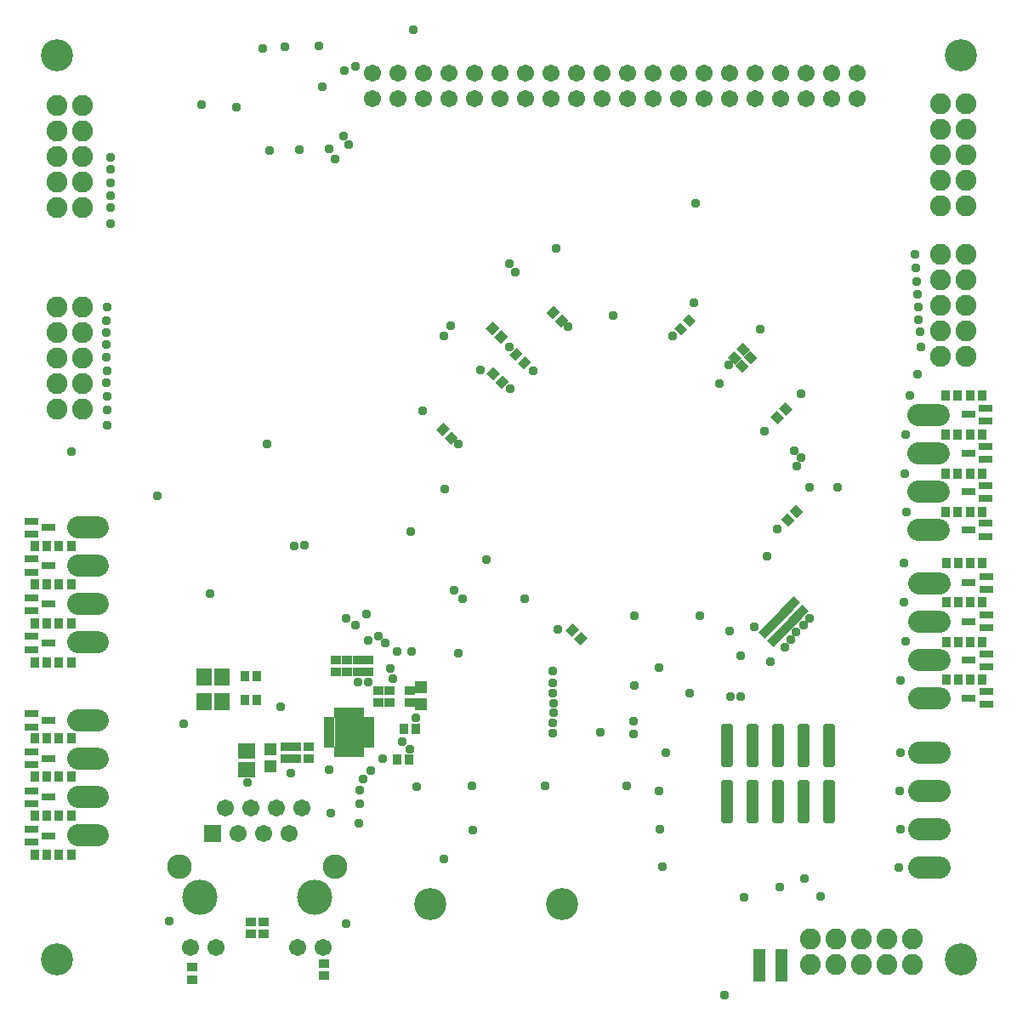
<source format=gbr>
G04 EAGLE Gerber RS-274X export*
G75*
%MOMM*%
%FSLAX34Y34*%
%LPD*%
%INSoldermask Bottom*%
%IPPOS*%
%AMOC8*
5,1,8,0,0,1.08239X$1,22.5*%
G01*
%ADD10C,3.203200*%
%ADD11R,1.303200X3.203200*%
%ADD12C,2.082800*%
%ADD13R,1.711200X1.711200*%
%ADD14C,1.711200*%
%ADD15C,3.502200*%
%ADD16C,2.453200*%
%ADD17R,1.066800X0.508000*%
%ADD18R,0.508000X1.066800*%
%ADD19R,2.946400X2.946400*%
%ADD20R,1.003200X0.903200*%
%ADD21R,1.603200X1.803200*%
%ADD22R,0.903200X1.003200*%
%ADD23R,1.203200X1.303200*%
%ADD24R,1.703200X1.503200*%
%ADD25R,1.371600X0.660400*%
%ADD26C,2.203200*%
%ADD27C,0.697853*%
%ADD28C,0.959600*%


D10*
X50000Y950000D03*
X950000Y950000D03*
X950000Y50000D03*
X50000Y50000D03*
D11*
X771000Y44000D03*
X749000Y44000D03*
D12*
X800000Y45000D03*
X800000Y70400D03*
X825400Y45000D03*
X825400Y70400D03*
X850800Y45000D03*
X850800Y70400D03*
X876200Y45000D03*
X876200Y70400D03*
X901600Y45000D03*
X901600Y70400D03*
D13*
X204500Y175600D03*
D14*
X217200Y201000D03*
X229900Y175600D03*
X242650Y201000D03*
X255350Y175600D03*
X268100Y201000D03*
X280700Y175600D03*
X293450Y201000D03*
D15*
X306150Y112100D03*
X191850Y112100D03*
D14*
X182700Y62200D03*
X208100Y62200D03*
X289900Y62200D03*
X315300Y62200D03*
D16*
X171500Y142600D03*
X326500Y142600D03*
D17*
X321315Y264000D03*
X321315Y269000D03*
X321315Y274000D03*
X321315Y279000D03*
X321315Y284000D03*
X321315Y289000D03*
D18*
X328500Y296185D03*
X333500Y296185D03*
X338500Y296185D03*
X343500Y296185D03*
X348500Y296185D03*
X353500Y296185D03*
D17*
X360685Y289000D03*
X360685Y284000D03*
X360685Y279000D03*
X360685Y274000D03*
X360685Y269000D03*
X360685Y264000D03*
D18*
X353500Y256815D03*
X348500Y256815D03*
X343500Y256815D03*
X338500Y256815D03*
X333500Y256815D03*
X328500Y256815D03*
D19*
X341000Y276500D03*
D20*
X315900Y45800D03*
X315900Y33800D03*
X184400Y42300D03*
X184400Y30300D03*
X242600Y87700D03*
X242600Y75700D03*
X255400Y87700D03*
X255400Y75700D03*
D21*
X196500Y331100D03*
X214500Y331100D03*
X214500Y307100D03*
X196500Y307100D03*
D22*
X248700Y308900D03*
X236700Y308900D03*
X249200Y332100D03*
X237200Y332100D03*
D20*
X327600Y348700D03*
X327600Y336700D03*
D23*
X262620Y259110D03*
X262620Y242110D03*
D20*
X277900Y261800D03*
X277900Y249800D03*
X288200Y261800D03*
X288200Y249800D03*
X301000Y261800D03*
X301000Y249800D03*
D24*
X239200Y238800D03*
X239200Y257800D03*
D20*
X359600Y336200D03*
X359600Y348200D03*
X349400Y336200D03*
X349400Y348200D03*
X338610Y336400D03*
X338610Y348400D03*
D23*
X412000Y304000D03*
X412000Y321000D03*
D20*
X401000Y306000D03*
X401000Y318000D03*
X370000Y318000D03*
X370000Y306000D03*
X381000Y318000D03*
X381000Y306000D03*
D22*
X400500Y249000D03*
X388500Y249000D03*
X407000Y280000D03*
X395000Y280000D03*
D10*
X552659Y105000D03*
X421341Y105000D03*
D20*
G36*
X740407Y656164D02*
X747500Y649071D01*
X741113Y642684D01*
X734020Y649777D01*
X740407Y656164D01*
G37*
G36*
X731922Y647679D02*
X739015Y640586D01*
X732628Y634199D01*
X725535Y641292D01*
X731922Y647679D01*
G37*
G36*
X775508Y605097D02*
X782601Y598004D01*
X776214Y591617D01*
X769121Y598710D01*
X775508Y605097D01*
G37*
G36*
X767023Y596612D02*
X774116Y589519D01*
X767729Y583132D01*
X760636Y590225D01*
X767023Y596612D01*
G37*
G36*
X679156Y693227D02*
X686249Y686134D01*
X679862Y679747D01*
X672769Y686840D01*
X679156Y693227D01*
G37*
G36*
X670671Y684742D02*
X677764Y677649D01*
X671377Y671262D01*
X664284Y678355D01*
X670671Y684742D01*
G37*
G36*
X427504Y577479D02*
X434597Y584572D01*
X440984Y578185D01*
X433891Y571092D01*
X427504Y577479D01*
G37*
G36*
X435989Y568994D02*
X443082Y576087D01*
X449469Y569700D01*
X442376Y562607D01*
X435989Y568994D01*
G37*
G36*
X777703Y480875D02*
X770610Y487968D01*
X776997Y494355D01*
X784090Y487262D01*
X777703Y480875D01*
G37*
G36*
X786189Y489361D02*
X779096Y496454D01*
X785483Y502841D01*
X792576Y495748D01*
X786189Y489361D01*
G37*
G36*
X732992Y664179D02*
X740085Y657086D01*
X733698Y650699D01*
X726605Y657792D01*
X732992Y664179D01*
G37*
G36*
X724507Y655694D02*
X731600Y648601D01*
X725213Y642214D01*
X718120Y649307D01*
X724507Y655694D01*
G37*
G36*
X477073Y678139D02*
X484166Y685232D01*
X490553Y678845D01*
X483460Y671752D01*
X477073Y678139D01*
G37*
G36*
X485558Y669654D02*
X492651Y676747D01*
X499038Y670360D01*
X491945Y663267D01*
X485558Y669654D01*
G37*
G36*
X537317Y693952D02*
X544410Y701045D01*
X550797Y694658D01*
X543704Y687565D01*
X537317Y693952D01*
G37*
G36*
X545803Y685467D02*
X552896Y692560D01*
X559283Y686173D01*
X552190Y679080D01*
X545803Y685467D01*
G37*
G36*
X477638Y633198D02*
X484731Y640291D01*
X491118Y633904D01*
X484025Y626811D01*
X477638Y633198D01*
G37*
G36*
X486123Y624713D02*
X493216Y631806D01*
X499603Y625419D01*
X492510Y618326D01*
X486123Y624713D01*
G37*
G36*
X500052Y652351D02*
X507145Y659444D01*
X513532Y653057D01*
X506439Y645964D01*
X500052Y652351D01*
G37*
G36*
X508537Y643865D02*
X515630Y650958D01*
X522017Y644571D01*
X514924Y637478D01*
X508537Y643865D01*
G37*
D12*
X930000Y902000D03*
X955400Y902000D03*
X930000Y876600D03*
X955400Y876600D03*
X930000Y851200D03*
X955400Y851200D03*
X930000Y825800D03*
X955400Y825800D03*
X930000Y800400D03*
X955400Y800400D03*
D20*
G36*
X556587Y377881D02*
X563680Y384974D01*
X570067Y378587D01*
X562974Y371494D01*
X556587Y377881D01*
G37*
G36*
X565073Y369396D02*
X572166Y376489D01*
X578553Y370102D01*
X571460Y363009D01*
X565073Y369396D01*
G37*
D14*
X363700Y907300D03*
X363700Y932700D03*
X389100Y907300D03*
X389100Y932700D03*
X414500Y907300D03*
X414500Y932700D03*
X439900Y907300D03*
X439900Y932700D03*
X465300Y907300D03*
X465300Y932700D03*
X490700Y907300D03*
X490700Y932700D03*
X516100Y907300D03*
X516100Y932700D03*
X541500Y907300D03*
X541500Y932700D03*
X566900Y907300D03*
X566900Y932700D03*
X592300Y907300D03*
X592300Y932700D03*
X617700Y907300D03*
X617700Y932700D03*
X643100Y907300D03*
X643100Y932700D03*
X668500Y907300D03*
X668500Y932700D03*
X693900Y907300D03*
X693900Y932700D03*
X719300Y907300D03*
X719300Y932700D03*
X744700Y907300D03*
X744700Y932700D03*
X770100Y907300D03*
X770100Y932700D03*
X795500Y907300D03*
X795500Y932700D03*
X820900Y907300D03*
X820900Y932700D03*
X846300Y907300D03*
X846300Y932700D03*
D22*
X64000Y385000D03*
X52000Y385000D03*
X64000Y462000D03*
X52000Y462000D03*
X64000Y424000D03*
X52000Y424000D03*
X40000Y385000D03*
X28000Y385000D03*
X40000Y462000D03*
X28000Y462000D03*
X40000Y424000D03*
X28000Y424000D03*
D25*
X24237Y397300D03*
X24237Y410300D03*
X41763Y403800D03*
X24237Y473600D03*
X24237Y486600D03*
X41763Y480100D03*
X24237Y435900D03*
X24237Y448900D03*
X41763Y442400D03*
D22*
X64000Y346000D03*
X52000Y346000D03*
X40000Y346000D03*
X28000Y346000D03*
D25*
X24237Y358800D03*
X24237Y371800D03*
X41763Y365300D03*
D26*
X71000Y480000D02*
X91000Y480000D01*
X91000Y441900D02*
X71000Y441900D01*
X71000Y403800D02*
X91000Y403800D01*
X91000Y365700D02*
X71000Y365700D01*
D22*
X64000Y193000D03*
X52000Y193000D03*
X64000Y270000D03*
X52000Y270000D03*
X64000Y232000D03*
X52000Y232000D03*
X40000Y193000D03*
X28000Y193000D03*
X40000Y270000D03*
X28000Y270000D03*
X40000Y232000D03*
X28000Y232000D03*
D25*
X24237Y205300D03*
X24237Y218300D03*
X41763Y211800D03*
X24237Y281600D03*
X24237Y294600D03*
X41763Y288100D03*
X24237Y243900D03*
X24237Y256900D03*
X41763Y250400D03*
D22*
X64000Y154000D03*
X52000Y154000D03*
X40000Y154000D03*
X28000Y154000D03*
D25*
X24237Y166800D03*
X24237Y179800D03*
X41763Y173300D03*
D26*
X71000Y288000D02*
X91000Y288000D01*
X91000Y249900D02*
X71000Y249900D01*
X71000Y211800D02*
X91000Y211800D01*
X91000Y173700D02*
X71000Y173700D01*
X908500Y142000D02*
X928500Y142000D01*
X928500Y180100D02*
X908500Y180100D01*
X908500Y218200D02*
X928500Y218200D01*
X928500Y256300D02*
X908500Y256300D01*
D22*
X935500Y405500D03*
X947500Y405500D03*
X935500Y328500D03*
X947500Y328500D03*
X935500Y366500D03*
X947500Y366500D03*
X959500Y405500D03*
X971500Y405500D03*
X959500Y328500D03*
X971500Y328500D03*
X959500Y366500D03*
X971500Y366500D03*
D25*
X975263Y393200D03*
X975263Y380200D03*
X957737Y386700D03*
X975263Y316900D03*
X975263Y303900D03*
X957737Y310400D03*
X975263Y354600D03*
X975263Y341600D03*
X957737Y348100D03*
D22*
X935500Y444500D03*
X947500Y444500D03*
X959500Y444500D03*
X971500Y444500D03*
D25*
X975263Y431700D03*
X975263Y418700D03*
X957737Y425200D03*
D26*
X928500Y310500D02*
X908500Y310500D01*
X908500Y348600D02*
X928500Y348600D01*
X928500Y386700D02*
X908500Y386700D01*
X908500Y424800D02*
X928500Y424800D01*
D22*
X935000Y573000D03*
X947000Y573000D03*
X935000Y496000D03*
X947000Y496000D03*
X935000Y534000D03*
X947000Y534000D03*
X959000Y573000D03*
X971000Y573000D03*
X959000Y496000D03*
X971000Y496000D03*
X959000Y534000D03*
X971000Y534000D03*
D25*
X974763Y560700D03*
X974763Y547700D03*
X957237Y554200D03*
X974763Y484400D03*
X974763Y471400D03*
X957237Y477900D03*
X974763Y522100D03*
X974763Y509100D03*
X957237Y515600D03*
D22*
X935000Y612000D03*
X947000Y612000D03*
X959000Y612000D03*
X971000Y612000D03*
D25*
X974763Y599200D03*
X974763Y586200D03*
X957237Y592700D03*
D26*
X928000Y478000D02*
X908000Y478000D01*
X908000Y516100D02*
X928000Y516100D01*
X928000Y554200D02*
X908000Y554200D01*
X908000Y592300D02*
X928000Y592300D01*
D12*
X930000Y752000D03*
X955400Y752000D03*
X930000Y726600D03*
X955400Y726600D03*
X930000Y701200D03*
X955400Y701200D03*
X930000Y675800D03*
X955400Y675800D03*
X930000Y650400D03*
X955400Y650400D03*
X50000Y700000D03*
X75400Y700000D03*
X50000Y674600D03*
X75400Y674600D03*
X50000Y649200D03*
X75400Y649200D03*
X50000Y623800D03*
X75400Y623800D03*
X50000Y598400D03*
X75400Y598400D03*
X50000Y900000D03*
X75400Y900000D03*
X50000Y874600D03*
X75400Y874600D03*
X50000Y849200D03*
X75400Y849200D03*
X50000Y823800D03*
X75400Y823800D03*
X50000Y798400D03*
X75400Y798400D03*
D27*
X714673Y281217D02*
X714673Y244663D01*
X714673Y281217D02*
X719727Y281217D01*
X719727Y244663D01*
X714673Y244663D01*
X714673Y251293D02*
X719727Y251293D01*
X719727Y257923D02*
X714673Y257923D01*
X714673Y264553D02*
X719727Y264553D01*
X719727Y271183D02*
X714673Y271183D01*
X714673Y277813D02*
X719727Y277813D01*
X714673Y225337D02*
X714673Y188783D01*
X714673Y225337D02*
X719727Y225337D01*
X719727Y188783D01*
X714673Y188783D01*
X714673Y195413D02*
X719727Y195413D01*
X719727Y202043D02*
X714673Y202043D01*
X714673Y208673D02*
X719727Y208673D01*
X719727Y215303D02*
X714673Y215303D01*
X714673Y221933D02*
X719727Y221933D01*
X740073Y244663D02*
X740073Y281217D01*
X745127Y281217D01*
X745127Y244663D01*
X740073Y244663D01*
X740073Y251293D02*
X745127Y251293D01*
X745127Y257923D02*
X740073Y257923D01*
X740073Y264553D02*
X745127Y264553D01*
X745127Y271183D02*
X740073Y271183D01*
X740073Y277813D02*
X745127Y277813D01*
X740073Y225337D02*
X740073Y188783D01*
X740073Y225337D02*
X745127Y225337D01*
X745127Y188783D01*
X740073Y188783D01*
X740073Y195413D02*
X745127Y195413D01*
X745127Y202043D02*
X740073Y202043D01*
X740073Y208673D02*
X745127Y208673D01*
X745127Y215303D02*
X740073Y215303D01*
X740073Y221933D02*
X745127Y221933D01*
X765473Y244663D02*
X765473Y281217D01*
X770527Y281217D01*
X770527Y244663D01*
X765473Y244663D01*
X765473Y251293D02*
X770527Y251293D01*
X770527Y257923D02*
X765473Y257923D01*
X765473Y264553D02*
X770527Y264553D01*
X770527Y271183D02*
X765473Y271183D01*
X765473Y277813D02*
X770527Y277813D01*
X765473Y225337D02*
X765473Y188783D01*
X765473Y225337D02*
X770527Y225337D01*
X770527Y188783D01*
X765473Y188783D01*
X765473Y195413D02*
X770527Y195413D01*
X770527Y202043D02*
X765473Y202043D01*
X765473Y208673D02*
X770527Y208673D01*
X770527Y215303D02*
X765473Y215303D01*
X765473Y221933D02*
X770527Y221933D01*
X790873Y244663D02*
X790873Y281217D01*
X795927Y281217D01*
X795927Y244663D01*
X790873Y244663D01*
X790873Y251293D02*
X795927Y251293D01*
X795927Y257923D02*
X790873Y257923D01*
X790873Y264553D02*
X795927Y264553D01*
X795927Y271183D02*
X790873Y271183D01*
X790873Y277813D02*
X795927Y277813D01*
X790873Y225337D02*
X790873Y188783D01*
X790873Y225337D02*
X795927Y225337D01*
X795927Y188783D01*
X790873Y188783D01*
X790873Y195413D02*
X795927Y195413D01*
X795927Y202043D02*
X790873Y202043D01*
X790873Y208673D02*
X795927Y208673D01*
X795927Y215303D02*
X790873Y215303D01*
X790873Y221933D02*
X795927Y221933D01*
X816273Y244663D02*
X816273Y281217D01*
X821327Y281217D01*
X821327Y244663D01*
X816273Y244663D01*
X816273Y251293D02*
X821327Y251293D01*
X821327Y257923D02*
X816273Y257923D01*
X816273Y264553D02*
X821327Y264553D01*
X821327Y271183D02*
X816273Y271183D01*
X816273Y277813D02*
X821327Y277813D01*
X816273Y225337D02*
X816273Y188783D01*
X816273Y225337D02*
X821327Y225337D01*
X821327Y188783D01*
X816273Y188783D01*
X816273Y195413D02*
X821327Y195413D01*
X821327Y202043D02*
X816273Y202043D01*
X816273Y208673D02*
X821327Y208673D01*
X821327Y215303D02*
X816273Y215303D01*
X816273Y221933D02*
X821327Y221933D01*
D20*
G36*
X748310Y376183D02*
X755403Y383276D01*
X761790Y376889D01*
X754697Y369796D01*
X748310Y376183D01*
G37*
G36*
X756796Y367697D02*
X763889Y374790D01*
X770276Y368403D01*
X763183Y361310D01*
X756796Y367697D01*
G37*
G36*
X756017Y383304D02*
X763110Y390397D01*
X769497Y384010D01*
X762404Y376917D01*
X756017Y383304D01*
G37*
G36*
X764503Y374819D02*
X771596Y381912D01*
X777983Y375525D01*
X770890Y368432D01*
X764503Y374819D01*
G37*
G36*
X763017Y390390D02*
X770110Y397483D01*
X776497Y391096D01*
X769404Y384003D01*
X763017Y390390D01*
G37*
G36*
X771503Y381904D02*
X778596Y388997D01*
X784983Y382610D01*
X777890Y375517D01*
X771503Y381904D01*
G37*
G36*
X770017Y397890D02*
X777110Y404983D01*
X783497Y398596D01*
X776404Y391503D01*
X770017Y397890D01*
G37*
G36*
X778503Y389404D02*
X785596Y396497D01*
X791983Y390110D01*
X784890Y383017D01*
X778503Y389404D01*
G37*
G36*
X776810Y404890D02*
X783903Y411983D01*
X790290Y405596D01*
X783197Y398503D01*
X776810Y404890D01*
G37*
G36*
X785296Y396404D02*
X792389Y403497D01*
X798776Y397110D01*
X791683Y390017D01*
X785296Y396404D01*
G37*
D28*
X150000Y512000D03*
X283000Y235500D03*
X323000Y195500D03*
X273000Y301500D03*
X338000Y85500D03*
X162000Y88500D03*
X176000Y284500D03*
X351000Y205000D03*
X464000Y179000D03*
X450000Y355000D03*
X436081Y518172D03*
X625000Y323000D03*
X720000Y377000D03*
X686000Y803000D03*
X684000Y704000D03*
X547000Y758000D03*
X604000Y691000D03*
X625000Y392000D03*
X799000Y520000D03*
X202000Y414000D03*
X259000Y563000D03*
X810000Y113000D03*
X454000Y409000D03*
X277000Y959000D03*
X760000Y347000D03*
X680000Y315000D03*
X791000Y613000D03*
X750000Y678000D03*
X770000Y122000D03*
X240000Y226500D03*
X350300Y185700D03*
X690350Y392650D03*
X767224Y478776D03*
X754000Y576000D03*
X709500Y623500D03*
X663000Y671000D03*
X559000Y680000D03*
X524000Y635912D03*
X501000Y618000D03*
X450000Y563000D03*
X516000Y409000D03*
X549000Y379000D03*
X649350Y340650D03*
X405000Y976000D03*
X730844Y352422D03*
X64000Y556000D03*
X255000Y957000D03*
X407500Y291000D03*
X401000Y259000D03*
X382000Y340000D03*
X403000Y357000D03*
X389000Y356924D03*
X384000Y330000D03*
X393500Y267004D03*
X355000Y229500D03*
X351000Y218500D03*
X362000Y238000D03*
X358000Y394000D03*
X377088Y365000D03*
X349400Y326500D03*
X347000Y383000D03*
X360000Y368000D03*
X359500Y326600D03*
X338000Y390000D03*
X370000Y372000D03*
X472000Y637000D03*
X374324Y250500D03*
X296000Y463000D03*
X321000Y239500D03*
X414128Y596128D03*
X286000Y462000D03*
X435000Y150000D03*
X445476Y417976D03*
X463194Y223000D03*
X617000Y223000D03*
X536000Y223000D03*
X757000Y452000D03*
X408000Y222500D03*
X734000Y112000D03*
X794000Y130400D03*
X715000Y15000D03*
X229000Y899000D03*
X194250Y901000D03*
X311000Y960000D03*
X314000Y919000D03*
X784200Y556576D03*
X791100Y549800D03*
X744068Y381468D03*
X719000Y642000D03*
X827000Y520000D03*
X786700Y541600D03*
X500000Y660000D03*
X543500Y275500D03*
X99000Y662000D03*
X99000Y624000D03*
X103000Y799000D03*
X904000Y752000D03*
X100000Y597000D03*
X103000Y783000D03*
X442000Y681000D03*
X103000Y811000D03*
X99000Y674000D03*
X99000Y686000D03*
X100000Y700000D03*
X103000Y823000D03*
X103000Y837000D03*
X103000Y849000D03*
X435150Y670850D03*
X909000Y675000D03*
X908000Y687000D03*
X908000Y700000D03*
X907000Y712000D03*
X100000Y611000D03*
X100000Y636000D03*
X99500Y649500D03*
X506000Y734000D03*
X500000Y743000D03*
X895000Y367000D03*
X890000Y328000D03*
X893000Y444500D03*
X896000Y496000D03*
X893500Y405500D03*
X895000Y573000D03*
X899000Y612000D03*
X894000Y534000D03*
X905000Y739000D03*
X100000Y582000D03*
X402000Y476000D03*
X591000Y276000D03*
X624000Y275000D03*
X652500Y142500D03*
X888000Y142000D03*
X544000Y336912D03*
X543813Y325687D03*
X543424Y315376D03*
X544500Y305500D03*
X544688Y295673D03*
X543924Y285376D03*
X624000Y287000D03*
X650000Y180000D03*
X890000Y180100D03*
X906000Y725000D03*
X907000Y633000D03*
X910000Y660000D03*
X477155Y448345D03*
X720500Y311500D03*
X649500Y218000D03*
X889000Y218200D03*
X730500Y311500D03*
X656588Y255924D03*
X890000Y256300D03*
X799000Y390000D03*
X775000Y361000D03*
X780504Y368500D03*
X786000Y376000D03*
X793000Y383000D03*
X327000Y847000D03*
X261876Y855424D03*
X340000Y861000D03*
X347000Y939000D03*
X335000Y870000D03*
X336000Y935000D03*
X321000Y857000D03*
X291000Y856000D03*
M02*

</source>
